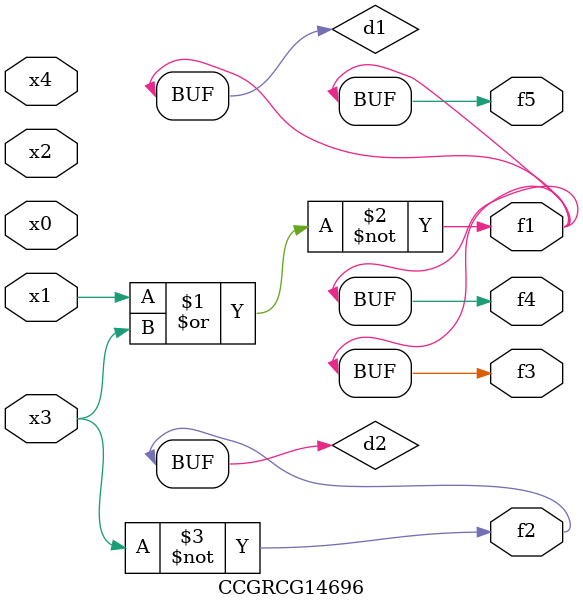
<source format=v>
module CCGRCG14696(
	input x0, x1, x2, x3, x4,
	output f1, f2, f3, f4, f5
);

	wire d1, d2;

	nor (d1, x1, x3);
	not (d2, x3);
	assign f1 = d1;
	assign f2 = d2;
	assign f3 = d1;
	assign f4 = d1;
	assign f5 = d1;
endmodule

</source>
